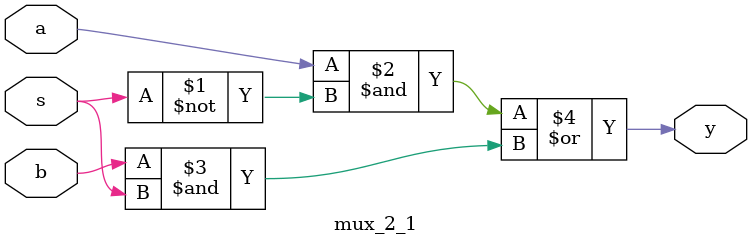
<source format=v>
module mux_2_1(input a,b,s, output y);
  assign y=(a&~s)|(b&s);
endmodule

</source>
